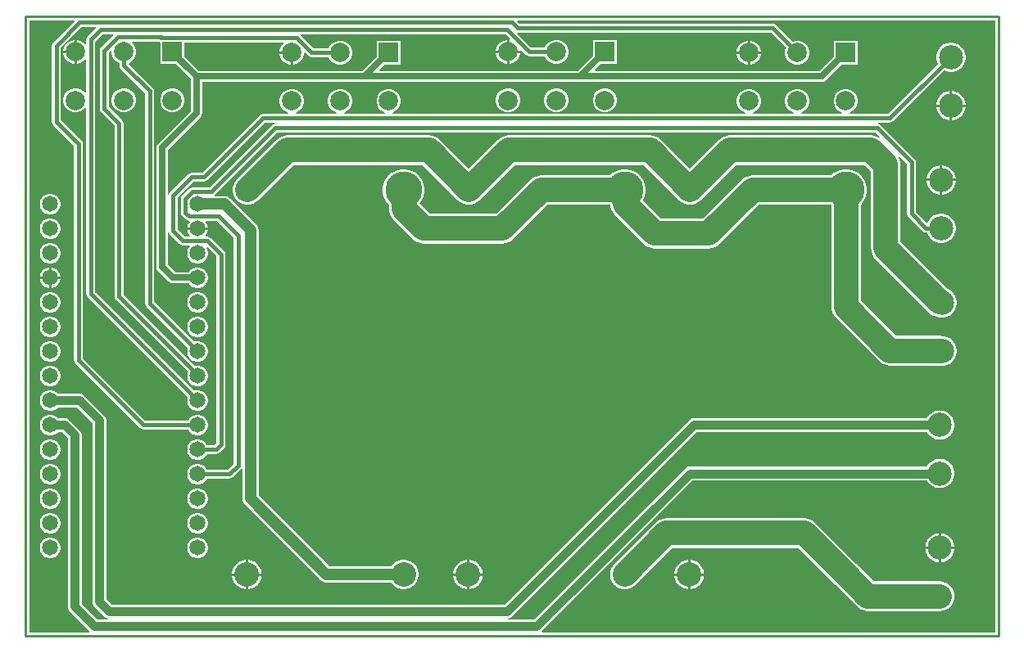
<source format=gtl>
G04*
G04 #@! TF.GenerationSoftware,Altium Limited,CircuitMaker,2.2.1 (6)*
G04*
G04 Layer_Physical_Order=1*
G04 Layer_Color=9806884*
%FSLAX25Y25*%
%MOIN*%
G70*
G04*
G04 #@! TF.SameCoordinates,E9A488FF-F020-425E-AD06-6B1E6BE10ADD*
G04*
G04*
G04 #@! TF.FilePolarity,Positive*
G04*
G01*
G75*
%ADD10C,0.01000*%
%ADD21C,0.01500*%
%ADD22C,0.04500*%
%ADD23C,0.02500*%
%ADD24C,0.10000*%
%ADD25C,0.03500*%
%ADD26R,0.07874X0.07874*%
%ADD27C,0.07874*%
%ADD28C,0.10000*%
%ADD29C,0.15000*%
%ADD30C,0.09842*%
%ADD31C,0.06500*%
G36*
X638471Y185529D02*
X454119D01*
X453949Y186029D01*
X453961Y186039D01*
X515464Y247541D01*
X610740D01*
X610753Y247510D01*
X611401Y246540D01*
X612225Y245716D01*
X613195Y245068D01*
X614273Y244621D01*
X615417Y244394D01*
X616583D01*
X617727Y244621D01*
X618805Y245068D01*
X619775Y245716D01*
X620599Y246540D01*
X621247Y247510D01*
X621694Y248588D01*
X621921Y249732D01*
Y250898D01*
X621694Y252042D01*
X621247Y253120D01*
X620599Y254089D01*
X619775Y254914D01*
X618805Y255562D01*
X617727Y256009D01*
X616583Y256236D01*
X615417D01*
X614273Y256009D01*
X613195Y255562D01*
X612225Y254914D01*
X611401Y254089D01*
X610753Y253120D01*
X610740Y253089D01*
X514315D01*
X513597Y252994D01*
X512928Y252717D01*
X512354Y252276D01*
X450851Y190774D01*
X440393D01*
X440360Y191274D01*
X440718Y191321D01*
X441387Y191598D01*
X441961Y192039D01*
X517149Y267226D01*
X610740D01*
X610753Y267195D01*
X611401Y266225D01*
X612225Y265401D01*
X613195Y264753D01*
X614273Y264306D01*
X615417Y264079D01*
X616583D01*
X617727Y264306D01*
X618805Y264753D01*
X619775Y265401D01*
X620599Y266225D01*
X621247Y267195D01*
X621694Y268273D01*
X621921Y269417D01*
Y270583D01*
X621694Y271727D01*
X621247Y272805D01*
X620599Y273775D01*
X619775Y274599D01*
X618805Y275247D01*
X617727Y275694D01*
X616583Y275921D01*
X615417D01*
X614273Y275694D01*
X613195Y275247D01*
X612225Y274599D01*
X611401Y273775D01*
X610753Y272805D01*
X610740Y272774D01*
X516000D01*
X515282Y272679D01*
X514613Y272402D01*
X514039Y271961D01*
X438851Y196774D01*
X279149D01*
X276774Y199149D01*
Y272000D01*
X276679Y272718D01*
X276402Y273387D01*
X275961Y273961D01*
X267961Y281961D01*
X267387Y282402D01*
X266718Y282679D01*
X266000Y282774D01*
X257237D01*
X256610Y283401D01*
X255640Y283960D01*
X254559Y284250D01*
X253440D01*
X252360Y283960D01*
X251390Y283401D01*
X250599Y282610D01*
X250040Y281640D01*
X249750Y280559D01*
Y279440D01*
X250040Y278360D01*
X250599Y277390D01*
X251390Y276599D01*
X252360Y276040D01*
X253440Y275750D01*
X254559D01*
X255640Y276040D01*
X256610Y276599D01*
X257237Y277226D01*
X264851D01*
X271226Y270851D01*
Y198000D01*
X271321Y197282D01*
X271598Y196613D01*
X272039Y196039D01*
X276039Y192039D01*
X276613Y191598D01*
X277282Y191321D01*
X277640Y191274D01*
X277607Y190774D01*
X273149D01*
X266774Y197149D01*
Y266000D01*
X266679Y266718D01*
X266402Y267387D01*
X265961Y267961D01*
X261961Y271961D01*
X261387Y272402D01*
X260718Y272679D01*
X260000Y272774D01*
X257237D01*
X256610Y273401D01*
X255640Y273960D01*
X254559Y274250D01*
X253440D01*
X252360Y273960D01*
X251390Y273401D01*
X250599Y272610D01*
X250040Y271640D01*
X249750Y270560D01*
Y269441D01*
X250040Y268360D01*
X250599Y267390D01*
X251390Y266599D01*
X252360Y266040D01*
X253440Y265750D01*
X254559D01*
X255640Y266040D01*
X256610Y266599D01*
X257237Y267226D01*
X258851D01*
X261226Y264851D01*
Y196000D01*
X261321Y195282D01*
X261598Y194613D01*
X262039Y194039D01*
X270039Y186039D01*
X270051Y186029D01*
X269881Y185529D01*
X245529D01*
Y430000D01*
Y434971D01*
X263794D01*
X263985Y434509D01*
X255238Y425762D01*
X254852Y425183D01*
X254716Y424500D01*
Y393500D01*
X254852Y392817D01*
X255238Y392238D01*
X263716Y383761D01*
Y296500D01*
X263851Y295817D01*
X264238Y295238D01*
X290738Y268738D01*
X291317Y268352D01*
X292000Y268216D01*
X292000Y268216D01*
X310123D01*
X310599Y267390D01*
X311390Y266599D01*
X312360Y266040D01*
X313440Y265750D01*
X314560D01*
X315640Y266040D01*
X316610Y266599D01*
X317401Y267390D01*
X317960Y268360D01*
X318250Y269441D01*
Y270560D01*
X317960Y271640D01*
X317401Y272610D01*
X316610Y273401D01*
X315640Y273960D01*
X314560Y274250D01*
X313440D01*
X312360Y273960D01*
X311390Y273401D01*
X310599Y272610D01*
X310123Y271784D01*
X292739D01*
X267284Y297239D01*
Y384500D01*
X267148Y385183D01*
X266762Y385762D01*
X258284Y394239D01*
Y423761D01*
X266739Y432216D01*
X272539D01*
X272730Y431754D01*
X269238Y428262D01*
X268851Y427683D01*
X268716Y427000D01*
Y425152D01*
X268713Y425151D01*
X268216Y425081D01*
X267346Y425951D01*
X266221Y426601D01*
X264965Y426937D01*
X264815D01*
Y422000D01*
Y417063D01*
X264965D01*
X266221Y417399D01*
X267346Y418049D01*
X268216Y418919D01*
X268713Y418849D01*
X268716Y418848D01*
Y405467D01*
X268713Y405466D01*
X268216Y405396D01*
X267346Y406265D01*
X266221Y406916D01*
X264965Y407252D01*
X263665D01*
X262409Y406916D01*
X261284Y406265D01*
X260364Y405346D01*
X259714Y404221D01*
X259378Y402965D01*
Y401665D01*
X259714Y400409D01*
X260364Y399284D01*
X261284Y398364D01*
X262409Y397714D01*
X263665Y397378D01*
X264965D01*
X266221Y397714D01*
X267346Y398364D01*
X268216Y399234D01*
X268713Y399164D01*
X268716Y399163D01*
Y323500D01*
X268851Y322817D01*
X269238Y322238D01*
X309997Y281480D01*
X309750Y280559D01*
Y279440D01*
X310040Y278360D01*
X310599Y277390D01*
X311390Y276599D01*
X312360Y276040D01*
X313440Y275750D01*
X314560D01*
X315640Y276040D01*
X316610Y276599D01*
X317401Y277390D01*
X317960Y278360D01*
X318250Y279440D01*
Y280559D01*
X317960Y281640D01*
X317401Y282610D01*
X316610Y283401D01*
X315640Y283960D01*
X314560Y284250D01*
X313440D01*
X312520Y284003D01*
X272284Y324239D01*
Y426261D01*
X275239Y429216D01*
X279539D01*
X279730Y428754D01*
X274738Y423762D01*
X274352Y423183D01*
X274216Y422500D01*
Y398941D01*
X274352Y398258D01*
X274738Y397679D01*
X280216Y392202D01*
Y322500D01*
X280351Y321817D01*
X280738Y321238D01*
X310148Y291828D01*
X310040Y291640D01*
X309750Y290560D01*
Y289440D01*
X310040Y288360D01*
X310599Y287390D01*
X311390Y286599D01*
X312360Y286040D01*
X313440Y285750D01*
X314560D01*
X315640Y286040D01*
X316610Y286599D01*
X317401Y287390D01*
X317960Y288360D01*
X318250Y289440D01*
Y290560D01*
X317960Y291640D01*
X317401Y292610D01*
X316610Y293401D01*
X315640Y293960D01*
X314560Y294250D01*
X313440D01*
X312914Y294109D01*
X283784Y323239D01*
Y392941D01*
X283648Y393624D01*
X283262Y394203D01*
X277784Y399680D01*
Y421761D01*
X278563Y422540D01*
X279063Y422332D01*
Y421350D01*
X279399Y420094D01*
X280049Y418969D01*
X280969Y418049D01*
X282094Y417399D01*
X282216Y417367D01*
Y416500D01*
X282351Y415817D01*
X282738Y415238D01*
X292716Y405261D01*
Y319500D01*
X292851Y318817D01*
X293238Y318238D01*
X309997Y301480D01*
X309750Y300559D01*
Y299441D01*
X310040Y298360D01*
X310599Y297390D01*
X311390Y296599D01*
X312360Y296040D01*
X313440Y295750D01*
X314560D01*
X315640Y296040D01*
X316610Y296599D01*
X317401Y297390D01*
X317960Y298360D01*
X318250Y299441D01*
Y300559D01*
X317960Y301640D01*
X317401Y302610D01*
X316610Y303401D01*
X315640Y303960D01*
X314560Y304250D01*
X313440D01*
X312520Y304003D01*
X296284Y320239D01*
Y406000D01*
X296148Y406683D01*
X295762Y407262D01*
X295762Y407262D01*
X286076Y416948D01*
X286070Y416963D01*
X286175Y417555D01*
X287031Y418049D01*
X287951Y418969D01*
X288601Y420094D01*
X288937Y421350D01*
Y422650D01*
X288601Y423906D01*
X287951Y425031D01*
X287266Y425716D01*
X287473Y426216D01*
X298075D01*
X298340Y426039D01*
X298748Y425957D01*
Y417063D01*
X305193D01*
X311206Y411050D01*
Y397950D01*
X297878Y384622D01*
X297380Y383878D01*
X297206Y383000D01*
Y334500D01*
X297380Y333622D01*
X297878Y332878D01*
X302378Y328378D01*
X303122Y327881D01*
X304000Y327706D01*
X310417D01*
X310599Y327390D01*
X311390Y326599D01*
X312360Y326040D01*
X313440Y325750D01*
X314560D01*
X315640Y326040D01*
X316610Y326599D01*
X317401Y327390D01*
X317960Y328360D01*
X318250Y329440D01*
Y330559D01*
X317960Y331640D01*
X317401Y332610D01*
X316610Y333401D01*
X315640Y333960D01*
X314560Y334250D01*
X313440D01*
X312360Y333960D01*
X311390Y333401D01*
X310599Y332610D01*
X310417Y332294D01*
X304950D01*
X301794Y335450D01*
Y348557D01*
X302294Y348606D01*
X302351Y348317D01*
X302738Y347738D01*
X306738Y343738D01*
X306738Y343738D01*
X307317Y343352D01*
X308000Y343216D01*
X310552D01*
X310743Y342754D01*
X310599Y342610D01*
X310040Y341640D01*
X309750Y340560D01*
Y339440D01*
X310040Y338360D01*
X310599Y337390D01*
X311390Y336599D01*
X312360Y336040D01*
X313440Y335750D01*
X314560D01*
X315640Y336040D01*
X316610Y336599D01*
X317401Y337390D01*
X317960Y338360D01*
X318250Y339440D01*
Y340560D01*
X317960Y341640D01*
X317730Y342040D01*
X318130Y342347D01*
X321716Y338761D01*
Y262739D01*
X320761Y261784D01*
X317877D01*
X317401Y262610D01*
X316610Y263401D01*
X315640Y263960D01*
X314560Y264250D01*
X313440D01*
X312360Y263960D01*
X311390Y263401D01*
X310599Y262610D01*
X310040Y261640D01*
X309750Y260560D01*
Y259440D01*
X310040Y258360D01*
X310599Y257390D01*
X311390Y256599D01*
X312360Y256040D01*
X313440Y255750D01*
X314560D01*
X315640Y256040D01*
X316610Y256599D01*
X317401Y257390D01*
X317877Y258216D01*
X321500D01*
X322183Y258351D01*
X322762Y258738D01*
X324762Y260738D01*
X324762Y260738D01*
X325149Y261317D01*
X325284Y262000D01*
X325284Y262000D01*
Y339500D01*
X325149Y340183D01*
X324762Y340762D01*
X324762Y340762D01*
X319262Y346262D01*
X318683Y346649D01*
X318000Y346784D01*
X317448D01*
X317257Y347246D01*
X317401Y347390D01*
X317960Y348360D01*
X318250Y349441D01*
Y349500D01*
X314000D01*
X309750D01*
Y349441D01*
X310040Y348360D01*
X310599Y347390D01*
X310743Y347246D01*
X310552Y346784D01*
X308739D01*
X305784Y349739D01*
Y362761D01*
X312239Y369216D01*
X316500D01*
X317183Y369352D01*
X317762Y369738D01*
X341239Y393216D01*
X345106D01*
X345155Y392716D01*
X344817Y392649D01*
X344238Y392262D01*
X344238Y392262D01*
X318761Y366784D01*
X311929D01*
X311929Y366784D01*
X311246Y366649D01*
X310667Y366262D01*
X310667Y366262D01*
X307738Y363333D01*
X307351Y362754D01*
X307216Y362071D01*
Y356500D01*
X307351Y355817D01*
X307738Y355238D01*
X309238Y353738D01*
X309817Y353351D01*
X310500Y353216D01*
X310552D01*
X310743Y352754D01*
X310599Y352610D01*
X310040Y351640D01*
X309750Y350559D01*
Y350500D01*
X314000D01*
X318250D01*
Y350559D01*
X317960Y351640D01*
X317401Y352610D01*
X317257Y352754D01*
X317448Y353216D01*
X321761D01*
X328716Y346261D01*
Y254239D01*
X326261Y251784D01*
X317877D01*
X317401Y252610D01*
X316610Y253401D01*
X315640Y253960D01*
X314560Y254250D01*
X313440D01*
X312360Y253960D01*
X311390Y253401D01*
X310599Y252610D01*
X310040Y251640D01*
X309750Y250559D01*
Y249441D01*
X310040Y248360D01*
X310599Y247390D01*
X311390Y246599D01*
X312360Y246040D01*
X313440Y245750D01*
X314560D01*
X315640Y246040D01*
X316610Y246599D01*
X317401Y247390D01*
X317877Y248216D01*
X327000D01*
X327683Y248352D01*
X328262Y248738D01*
X331722Y252199D01*
X331889Y252180D01*
X332222Y252027D01*
Y240000D01*
X332278Y239576D01*
X332334Y239152D01*
X332661Y238361D01*
X333182Y237682D01*
X363981Y206883D01*
X364660Y206362D01*
X365451Y206034D01*
X365875Y205979D01*
X366299Y205923D01*
X392773D01*
X393139Y205376D01*
X393974Y204540D01*
X394957Y203884D01*
X396049Y203431D01*
X397208Y203201D01*
X398390D01*
X399549Y203431D01*
X400641Y203884D01*
X401624Y204540D01*
X402460Y205376D01*
X403116Y206359D01*
X403569Y207451D01*
X403799Y208610D01*
Y209792D01*
X403569Y210951D01*
X403116Y212043D01*
X402460Y213026D01*
X401624Y213861D01*
X400641Y214518D01*
X399549Y214970D01*
X398390Y215201D01*
X397208D01*
X396049Y214970D01*
X394957Y214518D01*
X393974Y213861D01*
X393139Y213026D01*
X392773Y212479D01*
X367657D01*
X338778Y241358D01*
Y349500D01*
X338666Y350348D01*
X338339Y351139D01*
X337818Y351818D01*
X327318Y362318D01*
X326639Y362839D01*
X325848Y363166D01*
X325424Y363222D01*
X325000Y363278D01*
X320973D01*
X320820Y363611D01*
X320801Y363778D01*
X346239Y389216D01*
X589761D01*
X591451Y387526D01*
X591150Y387120D01*
X590307Y387570D01*
X589176Y387913D01*
X588000Y388029D01*
X530472D01*
X529296Y387913D01*
X528165Y387570D01*
X527123Y387013D01*
X526209Y386263D01*
X514315Y374369D01*
X502421Y386263D01*
X501507Y387013D01*
X500465Y387570D01*
X499334Y387913D01*
X498158Y388029D01*
X440472D01*
X439296Y387913D01*
X438165Y387570D01*
X437123Y387013D01*
X436209Y386263D01*
X424315Y374369D01*
X412421Y386263D01*
X411507Y387013D01*
X410465Y387570D01*
X409334Y387913D01*
X408157Y388029D01*
X350472D01*
X349296Y387913D01*
X348165Y387570D01*
X347123Y387013D01*
X346209Y386263D01*
X330052Y370106D01*
X329864Y369877D01*
X329655Y369667D01*
X329490Y369421D01*
X329302Y369192D01*
X329162Y368931D01*
X328998Y368685D01*
X328885Y368411D01*
X328745Y368150D01*
X328659Y367866D01*
X328545Y367593D01*
X328488Y367302D01*
X328402Y367019D01*
X328373Y366724D01*
X328315Y366434D01*
Y366137D01*
X328286Y365843D01*
X328315Y365548D01*
Y365252D01*
X328373Y364961D01*
X328402Y364666D01*
X328488Y364383D01*
X328545Y364092D01*
X328659Y363819D01*
X328745Y363535D01*
X328885Y363274D01*
X328998Y363000D01*
X329162Y362754D01*
X329302Y362493D01*
X329490Y362264D01*
X329655Y362018D01*
X329864Y361808D01*
X330052Y361579D01*
X330281Y361391D01*
X330490Y361182D01*
X330736Y361017D01*
X330965Y360830D01*
X331227Y360690D01*
X331473Y360525D01*
X331747Y360412D01*
X332008Y360272D01*
X332291Y360186D01*
X332565Y360073D01*
X332855Y360015D01*
X333139Y359929D01*
X333434Y359900D01*
X333724Y359842D01*
X334020D01*
X334315Y359813D01*
X334610Y359842D01*
X334906D01*
X335196Y359900D01*
X335491Y359929D01*
X335775Y360015D01*
X336065Y360073D01*
X336339Y360186D01*
X336622Y360272D01*
X336883Y360412D01*
X337157Y360525D01*
X337403Y360690D01*
X337665Y360830D01*
X337893Y361017D01*
X338140Y361182D01*
X338349Y361391D01*
X338578Y361579D01*
X352970Y375971D01*
X405660D01*
X420052Y361579D01*
X420281Y361391D01*
X420490Y361182D01*
X420737Y361017D01*
X420965Y360830D01*
X421227Y360690D01*
X421473Y360525D01*
X421746Y360412D01*
X422008Y360272D01*
X422291Y360186D01*
X422565Y360073D01*
X422855Y360015D01*
X423139Y359929D01*
X423434Y359900D01*
X423724Y359842D01*
X424020D01*
X424315Y359813D01*
X424610Y359842D01*
X424906D01*
X425196Y359900D01*
X425491Y359929D01*
X425775Y360015D01*
X426065Y360073D01*
X426339Y360186D01*
X426622Y360272D01*
X426883Y360412D01*
X427157Y360525D01*
X427403Y360690D01*
X427665Y360830D01*
X427893Y361017D01*
X428140Y361182D01*
X428349Y361391D01*
X428578Y361579D01*
X442970Y375971D01*
X495660D01*
X510052Y361579D01*
X510281Y361391D01*
X510490Y361182D01*
X510737Y361017D01*
X510965Y360830D01*
X511227Y360690D01*
X511473Y360525D01*
X511747Y360412D01*
X512008Y360272D01*
X512291Y360186D01*
X512565Y360073D01*
X512855Y360015D01*
X513139Y359929D01*
X513434Y359900D01*
X513724Y359842D01*
X514020D01*
X514315Y359813D01*
X514610Y359842D01*
X514906D01*
X515196Y359900D01*
X515491Y359929D01*
X515775Y360015D01*
X516065Y360073D01*
X516339Y360186D01*
X516622Y360272D01*
X516883Y360412D01*
X517157Y360525D01*
X517403Y360690D01*
X517664Y360830D01*
X517894Y361017D01*
X518140Y361182D01*
X518349Y361391D01*
X518578Y361579D01*
X532970Y375971D01*
X585503D01*
X587971Y373503D01*
Y342000D01*
X588087Y340824D01*
X588430Y339693D01*
X588987Y338650D01*
X589737Y337737D01*
X611737Y315737D01*
X612650Y314987D01*
X613693Y314430D01*
X614824Y314087D01*
X616000Y313971D01*
X616112Y313982D01*
X616417Y313921D01*
X617583D01*
X618727Y314149D01*
X619805Y314595D01*
X620775Y315243D01*
X621599Y316068D01*
X622247Y317038D01*
X622694Y318115D01*
X622921Y319259D01*
Y320426D01*
X622694Y321570D01*
X622247Y322647D01*
X621599Y323617D01*
X620775Y324442D01*
X619805Y325090D01*
X619176Y325350D01*
X600029Y344497D01*
Y376000D01*
X599913Y377176D01*
X599570Y378307D01*
X599120Y379150D01*
X599526Y379451D01*
X602716Y376261D01*
Y356000D01*
X602851Y355317D01*
X603238Y354738D01*
X609081Y348896D01*
X609660Y348509D01*
X610343Y348373D01*
X610830D01*
X611253Y347353D01*
X611901Y346383D01*
X612725Y345558D01*
X613695Y344910D01*
X614773Y344464D01*
X615917Y344236D01*
X617083D01*
X618227Y344464D01*
X619305Y344910D01*
X620275Y345558D01*
X621099Y346383D01*
X621747Y347353D01*
X622194Y348430D01*
X622421Y349574D01*
Y350741D01*
X622194Y351885D01*
X621747Y352962D01*
X621099Y353932D01*
X620275Y354757D01*
X619305Y355405D01*
X618227Y355851D01*
X617083Y356079D01*
X615917D01*
X614773Y355851D01*
X613695Y355405D01*
X612725Y354757D01*
X611901Y353932D01*
X611253Y352962D01*
X611076Y352535D01*
X610585Y352438D01*
X606284Y356739D01*
Y377000D01*
X606284Y377000D01*
X606148Y377683D01*
X605762Y378262D01*
X591762Y392262D01*
X591183Y392649D01*
X590845Y392716D01*
X590894Y393216D01*
X595657D01*
X596340Y393352D01*
X596919Y393738D01*
X617752Y414572D01*
X618773Y414149D01*
X619917Y413921D01*
X621083D01*
X622227Y414149D01*
X623305Y414595D01*
X624275Y415243D01*
X625099Y416068D01*
X625747Y417038D01*
X626194Y418115D01*
X626421Y419259D01*
Y420426D01*
X626194Y421570D01*
X625747Y422647D01*
X625099Y423617D01*
X624275Y424442D01*
X623305Y425090D01*
X622227Y425536D01*
X621083Y425764D01*
X619917D01*
X618773Y425536D01*
X617695Y425090D01*
X616725Y424442D01*
X615901Y423617D01*
X615253Y422647D01*
X614806Y421570D01*
X614579Y420426D01*
Y419259D01*
X614806Y418115D01*
X615229Y417095D01*
X594918Y396784D01*
X579227D01*
X579161Y397284D01*
X579591Y397399D01*
X580716Y398049D01*
X581636Y398969D01*
X582286Y400094D01*
X582622Y401350D01*
Y402650D01*
X582286Y403906D01*
X581636Y405031D01*
X580716Y405951D01*
X579591Y406601D01*
X578335Y406937D01*
X577035D01*
X575779Y406601D01*
X574654Y405951D01*
X573735Y405031D01*
X573084Y403906D01*
X572748Y402650D01*
Y401350D01*
X573084Y400094D01*
X573735Y398969D01*
X574654Y398049D01*
X575779Y397399D01*
X576209Y397284D01*
X576143Y396784D01*
X559542D01*
X559476Y397284D01*
X559906Y397399D01*
X561031Y398049D01*
X561951Y398969D01*
X562601Y400094D01*
X562937Y401350D01*
Y402650D01*
X562601Y403906D01*
X561951Y405031D01*
X561031Y405951D01*
X559906Y406601D01*
X558650Y406937D01*
X557350D01*
X556094Y406601D01*
X554969Y405951D01*
X554049Y405031D01*
X553399Y403906D01*
X553063Y402650D01*
Y401350D01*
X553399Y400094D01*
X554049Y398969D01*
X554969Y398049D01*
X556094Y397399D01*
X556524Y397284D01*
X556458Y396784D01*
X539857D01*
X539791Y397284D01*
X540221Y397399D01*
X541346Y398049D01*
X542266Y398969D01*
X542915Y400094D01*
X543252Y401350D01*
Y402650D01*
X542915Y403906D01*
X542266Y405031D01*
X541346Y405951D01*
X540221Y406601D01*
X538965Y406937D01*
X537665D01*
X536409Y406601D01*
X535284Y405951D01*
X534364Y405031D01*
X533714Y403906D01*
X533378Y402650D01*
Y401350D01*
X533714Y400094D01*
X534364Y398969D01*
X535284Y398049D01*
X536409Y397399D01*
X536839Y397284D01*
X536773Y396784D01*
X393227D01*
X393161Y397284D01*
X393591Y397399D01*
X394716Y398049D01*
X395636Y398969D01*
X396286Y400094D01*
X396622Y401350D01*
Y402650D01*
X396286Y403906D01*
X395636Y405031D01*
X394716Y405951D01*
X393591Y406601D01*
X392335Y406937D01*
X391035D01*
X389779Y406601D01*
X388654Y405951D01*
X387735Y405031D01*
X387085Y403906D01*
X386748Y402650D01*
Y401350D01*
X387085Y400094D01*
X387735Y398969D01*
X388654Y398049D01*
X389779Y397399D01*
X390209Y397284D01*
X390143Y396784D01*
X373542D01*
X373476Y397284D01*
X373906Y397399D01*
X375031Y398049D01*
X375951Y398969D01*
X376601Y400094D01*
X376937Y401350D01*
Y402650D01*
X376601Y403906D01*
X375951Y405031D01*
X375031Y405951D01*
X373906Y406601D01*
X372650Y406937D01*
X371350D01*
X370094Y406601D01*
X368969Y405951D01*
X368049Y405031D01*
X367399Y403906D01*
X367063Y402650D01*
Y401350D01*
X367399Y400094D01*
X368049Y398969D01*
X368969Y398049D01*
X370094Y397399D01*
X370524Y397284D01*
X370458Y396784D01*
X353857D01*
X353791Y397284D01*
X354221Y397399D01*
X355346Y398049D01*
X356265Y398969D01*
X356915Y400094D01*
X357252Y401350D01*
Y402650D01*
X356915Y403906D01*
X356265Y405031D01*
X355346Y405951D01*
X354221Y406601D01*
X352965Y406937D01*
X351665D01*
X350409Y406601D01*
X349284Y405951D01*
X348364Y405031D01*
X347714Y403906D01*
X347378Y402650D01*
Y401350D01*
X347714Y400094D01*
X348364Y398969D01*
X349284Y398049D01*
X350409Y397399D01*
X350839Y397284D01*
X350773Y396784D01*
X340500D01*
X340500Y396784D01*
X339817Y396649D01*
X339238Y396262D01*
X339238Y396262D01*
X315761Y372784D01*
X311500D01*
X310817Y372649D01*
X310238Y372262D01*
X302738Y364762D01*
X302351Y364183D01*
X302294Y363894D01*
X301794Y363943D01*
Y382050D01*
X315122Y395378D01*
X315619Y396122D01*
X315794Y397000D01*
Y409706D01*
X568000D01*
X568878Y409881D01*
X569622Y410378D01*
X575992Y416748D01*
X582622D01*
Y426622D01*
X572748D01*
Y419992D01*
X567050Y414294D01*
X475877D01*
X475685Y414756D01*
X477992Y417063D01*
X484622D01*
Y426937D01*
X474748D01*
Y420307D01*
X468735Y414294D01*
X388192D01*
X388000Y414756D01*
X389992Y416748D01*
X396622D01*
Y426622D01*
X386748D01*
Y419992D01*
X381050Y414294D01*
X314450D01*
X308622Y420122D01*
Y425903D01*
X348844D01*
X349051Y425403D01*
X348364Y424716D01*
X347714Y423591D01*
X347378Y422335D01*
Y422185D01*
X352315D01*
Y421685D01*
X352815D01*
Y416748D01*
X352965D01*
X354221Y417085D01*
X355346Y417734D01*
X356265Y418654D01*
X356915Y419779D01*
X357252Y421035D01*
Y421614D01*
X357714Y421805D01*
X359096Y420423D01*
X359096Y420423D01*
X359675Y420037D01*
X360358Y419901D01*
X360358Y419901D01*
X367367D01*
X367399Y419779D01*
X368049Y418654D01*
X368969Y417734D01*
X370094Y417085D01*
X371350Y416748D01*
X372650D01*
X373906Y417085D01*
X375031Y417734D01*
X375951Y418654D01*
X376601Y419779D01*
X376937Y421035D01*
Y422335D01*
X376601Y423591D01*
X375951Y424716D01*
X375031Y425636D01*
X373906Y426286D01*
X372650Y426622D01*
X371350D01*
X370094Y426286D01*
X368969Y425636D01*
X368049Y424716D01*
X367399Y423591D01*
X367367Y423469D01*
X361097D01*
X355850Y428716D01*
X356057Y429216D01*
X439261D01*
X441092Y427384D01*
X440833Y426937D01*
X440815D01*
Y422500D01*
X445252D01*
Y422518D01*
X445699Y422778D01*
X447738Y420738D01*
X448317Y420352D01*
X449000Y420216D01*
X455367D01*
X455399Y420094D01*
X456049Y418969D01*
X456969Y418049D01*
X458094Y417399D01*
X459350Y417063D01*
X460650D01*
X461906Y417399D01*
X463031Y418049D01*
X463951Y418969D01*
X464601Y420094D01*
X464937Y421350D01*
Y422650D01*
X464601Y423906D01*
X463951Y425031D01*
X463031Y425951D01*
X461906Y426601D01*
X460650Y426937D01*
X459350D01*
X458094Y426601D01*
X456969Y425951D01*
X456049Y425031D01*
X455399Y423906D01*
X455367Y423784D01*
X449739D01*
X444022Y429501D01*
X444234Y429933D01*
X444265Y429966D01*
X547196D01*
X553462Y423699D01*
X553399Y423591D01*
X553063Y422335D01*
Y421035D01*
X553399Y419779D01*
X554049Y418654D01*
X554969Y417734D01*
X556094Y417085D01*
X557350Y416748D01*
X558650D01*
X559906Y417085D01*
X561031Y417734D01*
X561951Y418654D01*
X562601Y419779D01*
X562937Y421035D01*
Y422335D01*
X562601Y423591D01*
X561951Y424716D01*
X561031Y425636D01*
X559906Y426286D01*
X558650Y426622D01*
X557350D01*
X556094Y426286D01*
X555986Y426223D01*
X549197Y433012D01*
X548618Y433398D01*
X547935Y433534D01*
X444989D01*
X444015Y434509D01*
X444206Y434971D01*
X638471D01*
Y185529D01*
D02*
G37*
%LPC*%
G36*
X439815Y426937D02*
X439665D01*
X438409Y426601D01*
X437284Y425951D01*
X436364Y425031D01*
X435714Y423906D01*
X435378Y422650D01*
Y422500D01*
X439815D01*
Y426937D01*
D02*
G37*
G36*
X263815D02*
X263665D01*
X262409Y426601D01*
X261284Y425951D01*
X260364Y425031D01*
X259714Y423906D01*
X259378Y422650D01*
Y422500D01*
X263815D01*
Y426937D01*
D02*
G37*
G36*
X538965Y426622D02*
X538815D01*
Y422185D01*
X543252D01*
Y422335D01*
X542915Y423591D01*
X542266Y424716D01*
X541346Y425636D01*
X540221Y426286D01*
X538965Y426622D01*
D02*
G37*
G36*
X537815D02*
X537665D01*
X536409Y426286D01*
X535284Y425636D01*
X534364Y424716D01*
X533714Y423591D01*
X533378Y422335D01*
Y422185D01*
X537815D01*
Y426622D01*
D02*
G37*
G36*
X445252Y421500D02*
X440815D01*
Y417063D01*
X440965D01*
X442221Y417399D01*
X443346Y418049D01*
X444266Y418969D01*
X444915Y420094D01*
X445252Y421350D01*
Y421500D01*
D02*
G37*
G36*
X439815D02*
X435378D01*
Y421350D01*
X435714Y420094D01*
X436364Y418969D01*
X437284Y418049D01*
X438409Y417399D01*
X439665Y417063D01*
X439815D01*
Y421500D01*
D02*
G37*
G36*
X263815D02*
X259378D01*
Y421350D01*
X259714Y420094D01*
X260364Y418969D01*
X261284Y418049D01*
X262409Y417399D01*
X263665Y417063D01*
X263815D01*
Y421500D01*
D02*
G37*
G36*
X543252Y421185D02*
X538815D01*
Y416748D01*
X538965D01*
X540221Y417085D01*
X541346Y417734D01*
X542266Y418654D01*
X542915Y419779D01*
X543252Y421035D01*
Y421185D01*
D02*
G37*
G36*
X537815D02*
X533378D01*
Y421035D01*
X533714Y419779D01*
X534364Y418654D01*
X535284Y417734D01*
X536409Y417085D01*
X537665Y416748D01*
X537815D01*
Y421185D01*
D02*
G37*
G36*
X351815D02*
X347378D01*
Y421035D01*
X347714Y419779D01*
X348364Y418654D01*
X349284Y417734D01*
X350409Y417085D01*
X351665Y416748D01*
X351815D01*
Y421185D01*
D02*
G37*
G36*
X621083Y406079D02*
X621000D01*
Y400658D01*
X626421D01*
Y400741D01*
X626194Y401885D01*
X625747Y402962D01*
X625099Y403932D01*
X624275Y404757D01*
X623305Y405405D01*
X622227Y405851D01*
X621083Y406079D01*
D02*
G37*
G36*
X620000D02*
X619917D01*
X618773Y405851D01*
X617695Y405405D01*
X616725Y404757D01*
X615901Y403932D01*
X615253Y402962D01*
X614806Y401885D01*
X614579Y400741D01*
Y400658D01*
X620000D01*
Y406079D01*
D02*
G37*
G36*
X480335Y407252D02*
X479035D01*
X477779Y406916D01*
X476654Y406265D01*
X475735Y405346D01*
X475084Y404221D01*
X474748Y402965D01*
Y401665D01*
X475084Y400409D01*
X475735Y399284D01*
X476654Y398364D01*
X477779Y397714D01*
X479035Y397378D01*
X480335D01*
X481591Y397714D01*
X482716Y398364D01*
X483636Y399284D01*
X484286Y400409D01*
X484622Y401665D01*
Y402965D01*
X484286Y404221D01*
X483636Y405346D01*
X482716Y406265D01*
X481591Y406916D01*
X480335Y407252D01*
D02*
G37*
G36*
X460650D02*
X459350D01*
X458094Y406916D01*
X456969Y406265D01*
X456049Y405346D01*
X455399Y404221D01*
X455063Y402965D01*
Y401665D01*
X455399Y400409D01*
X456049Y399284D01*
X456969Y398364D01*
X458094Y397714D01*
X459350Y397378D01*
X460650D01*
X461906Y397714D01*
X463031Y398364D01*
X463951Y399284D01*
X464601Y400409D01*
X464937Y401665D01*
Y402965D01*
X464601Y404221D01*
X463951Y405346D01*
X463031Y406265D01*
X461906Y406916D01*
X460650Y407252D01*
D02*
G37*
G36*
X440965D02*
X439665D01*
X438409Y406916D01*
X437284Y406265D01*
X436364Y405346D01*
X435714Y404221D01*
X435378Y402965D01*
Y401665D01*
X435714Y400409D01*
X436364Y399284D01*
X437284Y398364D01*
X438409Y397714D01*
X439665Y397378D01*
X440965D01*
X442221Y397714D01*
X443346Y398364D01*
X444266Y399284D01*
X444915Y400409D01*
X445252Y401665D01*
Y402965D01*
X444915Y404221D01*
X444266Y405346D01*
X443346Y406265D01*
X442221Y406916D01*
X440965Y407252D01*
D02*
G37*
G36*
X304335D02*
X303035D01*
X301779Y406916D01*
X300654Y406265D01*
X299734Y405346D01*
X299084Y404221D01*
X298748Y402965D01*
Y401665D01*
X299084Y400409D01*
X299734Y399284D01*
X300654Y398364D01*
X301779Y397714D01*
X303035Y397378D01*
X304335D01*
X305591Y397714D01*
X306716Y398364D01*
X307636Y399284D01*
X308286Y400409D01*
X308622Y401665D01*
Y402965D01*
X308286Y404221D01*
X307636Y405346D01*
X306716Y406265D01*
X305591Y406916D01*
X304335Y407252D01*
D02*
G37*
G36*
X284650D02*
X283350D01*
X282094Y406916D01*
X280969Y406265D01*
X280049Y405346D01*
X279399Y404221D01*
X279063Y402965D01*
Y401665D01*
X279399Y400409D01*
X280049Y399284D01*
X280969Y398364D01*
X282094Y397714D01*
X283350Y397378D01*
X284650D01*
X285906Y397714D01*
X287031Y398364D01*
X287951Y399284D01*
X288601Y400409D01*
X288937Y401665D01*
Y402965D01*
X288601Y404221D01*
X287951Y405346D01*
X287031Y406265D01*
X285906Y406916D01*
X284650Y407252D01*
D02*
G37*
G36*
X626421Y399658D02*
X621000D01*
Y394236D01*
X621083D01*
X622227Y394464D01*
X623305Y394910D01*
X624275Y395558D01*
X625099Y396383D01*
X625747Y397353D01*
X626194Y398430D01*
X626421Y399574D01*
Y399658D01*
D02*
G37*
G36*
X620000D02*
X614579D01*
Y399574D01*
X614806Y398430D01*
X615253Y397353D01*
X615901Y396383D01*
X616725Y395558D01*
X617695Y394910D01*
X618773Y394464D01*
X619917Y394236D01*
X620000D01*
Y399658D01*
D02*
G37*
G36*
X578636Y374244D02*
X576962D01*
X575320Y373918D01*
X573773Y373277D01*
X572381Y372346D01*
X571807Y371773D01*
X539744D01*
X539744Y371773D01*
X538568Y371657D01*
X537437Y371314D01*
X536395Y370757D01*
X535481Y370007D01*
X519503Y354029D01*
X502497D01*
X495122Y361404D01*
X495332Y361718D01*
X495973Y363265D01*
X496299Y364907D01*
Y366581D01*
X495973Y368224D01*
X495332Y369770D01*
X494402Y371163D01*
X493218Y372346D01*
X491825Y373277D01*
X490279Y373918D01*
X488636Y374244D01*
X486962D01*
X485320Y373918D01*
X483773Y373277D01*
X482381Y372346D01*
X481807Y371773D01*
X453744D01*
X452568Y371657D01*
X451437Y371314D01*
X450394Y370757D01*
X449481Y370007D01*
X435503Y356029D01*
X408497D01*
X404301Y360225D01*
X404402Y360326D01*
X405332Y361718D01*
X405973Y363265D01*
X406299Y364907D01*
Y366581D01*
X405973Y368224D01*
X405332Y369770D01*
X404402Y371163D01*
X403218Y372346D01*
X401826Y373277D01*
X400279Y373918D01*
X398636Y374244D01*
X396962D01*
X395320Y373918D01*
X393773Y373277D01*
X392381Y372346D01*
X391197Y371163D01*
X390267Y369770D01*
X389626Y368224D01*
X389299Y366581D01*
Y364907D01*
X389626Y363265D01*
X390267Y361718D01*
X391197Y360326D01*
X391770Y359752D01*
Y358201D01*
X391886Y357025D01*
X392229Y355894D01*
X392786Y354851D01*
X393536Y353938D01*
X401737Y345737D01*
X402650Y344987D01*
X403693Y344430D01*
X404824Y344087D01*
X406000Y343971D01*
X438000D01*
X439176Y344087D01*
X440307Y344430D01*
X441350Y344987D01*
X442263Y345737D01*
X456241Y359715D01*
X481807D01*
X481819Y359703D01*
X481886Y359025D01*
X482229Y357894D01*
X482786Y356851D01*
X483536Y355938D01*
X495737Y343737D01*
X496651Y342987D01*
X497693Y342430D01*
X498824Y342087D01*
X500000Y341971D01*
X522000D01*
X523176Y342087D01*
X524307Y342430D01*
X525350Y342987D01*
X526263Y343737D01*
X542241Y359715D01*
X571770D01*
Y318201D01*
X571886Y317025D01*
X572229Y315894D01*
X572786Y314851D01*
X573536Y313938D01*
X591422Y296052D01*
X592336Y295302D01*
X593378Y294745D01*
X594509Y294402D01*
X595685Y294286D01*
X616000D01*
X616112Y294297D01*
X616417Y294236D01*
X617583D01*
X618727Y294464D01*
X619805Y294910D01*
X620775Y295558D01*
X621599Y296383D01*
X622247Y297353D01*
X622694Y298430D01*
X622921Y299574D01*
Y300741D01*
X622694Y301885D01*
X622247Y302962D01*
X621599Y303932D01*
X620775Y304757D01*
X619805Y305405D01*
X618727Y305851D01*
X617832Y306029D01*
X617176Y306228D01*
X616000Y306344D01*
X598182D01*
X583828Y320698D01*
Y359752D01*
X584402Y360326D01*
X585332Y361718D01*
X585973Y363265D01*
X586299Y364907D01*
Y366581D01*
X585973Y368224D01*
X585332Y369770D01*
X584402Y371163D01*
X583218Y372346D01*
X581825Y373277D01*
X580279Y373918D01*
X578636Y374244D01*
D02*
G37*
G36*
X617083Y375764D02*
X617000D01*
Y370342D01*
X622421D01*
Y370426D01*
X622194Y371570D01*
X621747Y372647D01*
X621099Y373617D01*
X620275Y374442D01*
X619305Y375090D01*
X618227Y375536D01*
X617083Y375764D01*
D02*
G37*
G36*
X616000D02*
X615917D01*
X614773Y375536D01*
X613695Y375090D01*
X612725Y374442D01*
X611901Y373617D01*
X611253Y372647D01*
X610806Y371570D01*
X610579Y370426D01*
Y370342D01*
X616000D01*
Y375764D01*
D02*
G37*
G36*
X622421Y369342D02*
X617000D01*
Y363921D01*
X617083D01*
X618227Y364149D01*
X619305Y364595D01*
X620275Y365243D01*
X621099Y366068D01*
X621747Y367038D01*
X622194Y368115D01*
X622421Y369259D01*
Y369342D01*
D02*
G37*
G36*
X616000D02*
X610579D01*
Y369259D01*
X610806Y368115D01*
X611253Y367038D01*
X611901Y366068D01*
X612725Y365243D01*
X613695Y364595D01*
X614773Y364149D01*
X615917Y363921D01*
X616000D01*
Y369342D01*
D02*
G37*
G36*
X254559Y364250D02*
X253440D01*
X252360Y363960D01*
X251390Y363401D01*
X250599Y362610D01*
X250040Y361640D01*
X249750Y360560D01*
Y359440D01*
X250040Y358360D01*
X250599Y357390D01*
X251390Y356599D01*
X252360Y356040D01*
X253440Y355750D01*
X254559D01*
X255640Y356040D01*
X256610Y356599D01*
X257401Y357390D01*
X257960Y358360D01*
X258250Y359440D01*
Y360560D01*
X257960Y361640D01*
X257401Y362610D01*
X256610Y363401D01*
X255640Y363960D01*
X254559Y364250D01*
D02*
G37*
G36*
Y354250D02*
X253440D01*
X252360Y353960D01*
X251390Y353401D01*
X250599Y352610D01*
X250040Y351640D01*
X249750Y350559D01*
Y349441D01*
X250040Y348360D01*
X250599Y347390D01*
X251390Y346599D01*
X252360Y346040D01*
X253440Y345750D01*
X254559D01*
X255640Y346040D01*
X256610Y346599D01*
X257401Y347390D01*
X257960Y348360D01*
X258250Y349441D01*
Y350559D01*
X257960Y351640D01*
X257401Y352610D01*
X256610Y353401D01*
X255640Y353960D01*
X254559Y354250D01*
D02*
G37*
G36*
Y344250D02*
X253440D01*
X252360Y343960D01*
X251390Y343401D01*
X250599Y342610D01*
X250040Y341640D01*
X249750Y340560D01*
Y339440D01*
X250040Y338360D01*
X250599Y337390D01*
X251390Y336599D01*
X252360Y336040D01*
X253440Y335750D01*
X254559D01*
X255640Y336040D01*
X256610Y336599D01*
X257401Y337390D01*
X257960Y338360D01*
X258250Y339440D01*
Y340560D01*
X257960Y341640D01*
X257401Y342610D01*
X256610Y343401D01*
X255640Y343960D01*
X254559Y344250D01*
D02*
G37*
G36*
Y334250D02*
X254500D01*
Y330500D01*
X258250D01*
Y330559D01*
X257960Y331640D01*
X257401Y332610D01*
X256610Y333401D01*
X255640Y333960D01*
X254559Y334250D01*
D02*
G37*
G36*
X253500D02*
X253440D01*
X252360Y333960D01*
X251390Y333401D01*
X250599Y332610D01*
X250040Y331640D01*
X249750Y330559D01*
Y330500D01*
X253500D01*
Y334250D01*
D02*
G37*
G36*
X258250Y329500D02*
X254500D01*
Y325750D01*
X254559D01*
X255640Y326040D01*
X256610Y326599D01*
X257401Y327390D01*
X257960Y328360D01*
X258250Y329440D01*
Y329500D01*
D02*
G37*
G36*
X253500D02*
X249750D01*
Y329440D01*
X250040Y328360D01*
X250599Y327390D01*
X251390Y326599D01*
X252360Y326040D01*
X253440Y325750D01*
X253500D01*
Y329500D01*
D02*
G37*
G36*
X314560Y324250D02*
X313440D01*
X312360Y323960D01*
X311390Y323401D01*
X310599Y322610D01*
X310040Y321640D01*
X309750Y320560D01*
Y319441D01*
X310040Y318360D01*
X310599Y317390D01*
X311390Y316599D01*
X312360Y316040D01*
X313440Y315750D01*
X314560D01*
X315640Y316040D01*
X316610Y316599D01*
X317401Y317390D01*
X317960Y318360D01*
X318250Y319441D01*
Y320560D01*
X317960Y321640D01*
X317401Y322610D01*
X316610Y323401D01*
X315640Y323960D01*
X314560Y324250D01*
D02*
G37*
G36*
X254559D02*
X253440D01*
X252360Y323960D01*
X251390Y323401D01*
X250599Y322610D01*
X250040Y321640D01*
X249750Y320560D01*
Y319441D01*
X250040Y318360D01*
X250599Y317390D01*
X251390Y316599D01*
X252360Y316040D01*
X253440Y315750D01*
X254559D01*
X255640Y316040D01*
X256610Y316599D01*
X257401Y317390D01*
X257960Y318360D01*
X258250Y319441D01*
Y320560D01*
X257960Y321640D01*
X257401Y322610D01*
X256610Y323401D01*
X255640Y323960D01*
X254559Y324250D01*
D02*
G37*
G36*
X314560Y314250D02*
X313440D01*
X312360Y313960D01*
X311390Y313401D01*
X310599Y312610D01*
X310040Y311640D01*
X309750Y310560D01*
Y309440D01*
X310040Y308360D01*
X310599Y307390D01*
X311390Y306599D01*
X312360Y306040D01*
X313440Y305750D01*
X314560D01*
X315640Y306040D01*
X316610Y306599D01*
X317401Y307390D01*
X317960Y308360D01*
X318250Y309440D01*
Y310560D01*
X317960Y311640D01*
X317401Y312610D01*
X316610Y313401D01*
X315640Y313960D01*
X314560Y314250D01*
D02*
G37*
G36*
X254559D02*
X253440D01*
X252360Y313960D01*
X251390Y313401D01*
X250599Y312610D01*
X250040Y311640D01*
X249750Y310560D01*
Y309440D01*
X250040Y308360D01*
X250599Y307390D01*
X251390Y306599D01*
X252360Y306040D01*
X253440Y305750D01*
X254559D01*
X255640Y306040D01*
X256610Y306599D01*
X257401Y307390D01*
X257960Y308360D01*
X258250Y309440D01*
Y310560D01*
X257960Y311640D01*
X257401Y312610D01*
X256610Y313401D01*
X255640Y313960D01*
X254559Y314250D01*
D02*
G37*
G36*
Y304250D02*
X253440D01*
X252360Y303960D01*
X251390Y303401D01*
X250599Y302610D01*
X250040Y301640D01*
X249750Y300559D01*
Y299441D01*
X250040Y298360D01*
X250599Y297390D01*
X251390Y296599D01*
X252360Y296040D01*
X253440Y295750D01*
X254559D01*
X255640Y296040D01*
X256610Y296599D01*
X257401Y297390D01*
X257960Y298360D01*
X258250Y299441D01*
Y300559D01*
X257960Y301640D01*
X257401Y302610D01*
X256610Y303401D01*
X255640Y303960D01*
X254559Y304250D01*
D02*
G37*
G36*
Y294250D02*
X253440D01*
X252360Y293960D01*
X251390Y293401D01*
X250599Y292610D01*
X250040Y291640D01*
X249750Y290560D01*
Y289440D01*
X250040Y288360D01*
X250599Y287390D01*
X251390Y286599D01*
X252360Y286040D01*
X253440Y285750D01*
X254559D01*
X255640Y286040D01*
X256610Y286599D01*
X257401Y287390D01*
X257960Y288360D01*
X258250Y289440D01*
Y290560D01*
X257960Y291640D01*
X257401Y292610D01*
X256610Y293401D01*
X255640Y293960D01*
X254559Y294250D01*
D02*
G37*
G36*
Y264250D02*
X253440D01*
X252360Y263960D01*
X251390Y263401D01*
X250599Y262610D01*
X250040Y261640D01*
X249750Y260560D01*
Y259440D01*
X250040Y258360D01*
X250599Y257390D01*
X251390Y256599D01*
X252360Y256040D01*
X253440Y255750D01*
X254559D01*
X255640Y256040D01*
X256610Y256599D01*
X257401Y257390D01*
X257960Y258360D01*
X258250Y259440D01*
Y260560D01*
X257960Y261640D01*
X257401Y262610D01*
X256610Y263401D01*
X255640Y263960D01*
X254559Y264250D01*
D02*
G37*
G36*
Y254250D02*
X253440D01*
X252360Y253960D01*
X251390Y253401D01*
X250599Y252610D01*
X250040Y251640D01*
X249750Y250559D01*
Y249441D01*
X250040Y248360D01*
X250599Y247390D01*
X251390Y246599D01*
X252360Y246040D01*
X253440Y245750D01*
X254559D01*
X255640Y246040D01*
X256610Y246599D01*
X257401Y247390D01*
X257960Y248360D01*
X258250Y249441D01*
Y250559D01*
X257960Y251640D01*
X257401Y252610D01*
X256610Y253401D01*
X255640Y253960D01*
X254559Y254250D01*
D02*
G37*
G36*
X314560Y244250D02*
X313440D01*
X312360Y243960D01*
X311390Y243401D01*
X310599Y242610D01*
X310040Y241640D01*
X309750Y240560D01*
Y239440D01*
X310040Y238360D01*
X310599Y237390D01*
X311390Y236599D01*
X312360Y236040D01*
X313440Y235750D01*
X314560D01*
X315640Y236040D01*
X316610Y236599D01*
X317401Y237390D01*
X317960Y238360D01*
X318250Y239440D01*
Y240560D01*
X317960Y241640D01*
X317401Y242610D01*
X316610Y243401D01*
X315640Y243960D01*
X314560Y244250D01*
D02*
G37*
G36*
X254559D02*
X253440D01*
X252360Y243960D01*
X251390Y243401D01*
X250599Y242610D01*
X250040Y241640D01*
X249750Y240560D01*
Y239440D01*
X250040Y238360D01*
X250599Y237390D01*
X251390Y236599D01*
X252360Y236040D01*
X253440Y235750D01*
X254559D01*
X255640Y236040D01*
X256610Y236599D01*
X257401Y237390D01*
X257960Y238360D01*
X258250Y239440D01*
Y240560D01*
X257960Y241640D01*
X257401Y242610D01*
X256610Y243401D01*
X255640Y243960D01*
X254559Y244250D01*
D02*
G37*
G36*
X314560Y234250D02*
X313440D01*
X312360Y233960D01*
X311390Y233401D01*
X310599Y232610D01*
X310040Y231640D01*
X309750Y230559D01*
Y229440D01*
X310040Y228360D01*
X310599Y227390D01*
X311390Y226599D01*
X312360Y226040D01*
X313440Y225750D01*
X314560D01*
X315640Y226040D01*
X316610Y226599D01*
X317401Y227390D01*
X317960Y228360D01*
X318250Y229440D01*
Y230559D01*
X317960Y231640D01*
X317401Y232610D01*
X316610Y233401D01*
X315640Y233960D01*
X314560Y234250D01*
D02*
G37*
G36*
X254559D02*
X253440D01*
X252360Y233960D01*
X251390Y233401D01*
X250599Y232610D01*
X250040Y231640D01*
X249750Y230559D01*
Y229440D01*
X250040Y228360D01*
X250599Y227390D01*
X251390Y226599D01*
X252360Y226040D01*
X253440Y225750D01*
X254559D01*
X255640Y226040D01*
X256610Y226599D01*
X257401Y227390D01*
X257960Y228360D01*
X258250Y229440D01*
Y230559D01*
X257960Y231640D01*
X257401Y232610D01*
X256610Y233401D01*
X255640Y233960D01*
X254559Y234250D01*
D02*
G37*
G36*
X616583Y225921D02*
X616500D01*
Y220500D01*
X621921D01*
Y220583D01*
X621694Y221727D01*
X621247Y222805D01*
X620599Y223775D01*
X619775Y224599D01*
X618805Y225247D01*
X617727Y225694D01*
X616583Y225921D01*
D02*
G37*
G36*
X615500D02*
X615417D01*
X614273Y225694D01*
X613195Y225247D01*
X612225Y224599D01*
X611401Y223775D01*
X610753Y222805D01*
X610306Y221727D01*
X610079Y220583D01*
Y220500D01*
X615500D01*
Y225921D01*
D02*
G37*
G36*
X314560Y224250D02*
X313440D01*
X312360Y223960D01*
X311390Y223401D01*
X310599Y222610D01*
X310040Y221640D01*
X309750Y220560D01*
Y219441D01*
X310040Y218360D01*
X310599Y217390D01*
X311390Y216599D01*
X312360Y216040D01*
X313440Y215750D01*
X314560D01*
X315640Y216040D01*
X316610Y216599D01*
X317401Y217390D01*
X317960Y218360D01*
X318250Y219441D01*
Y220560D01*
X317960Y221640D01*
X317401Y222610D01*
X316610Y223401D01*
X315640Y223960D01*
X314560Y224250D01*
D02*
G37*
G36*
X254559D02*
X253440D01*
X252360Y223960D01*
X251390Y223401D01*
X250599Y222610D01*
X250040Y221640D01*
X249750Y220560D01*
Y219441D01*
X250040Y218360D01*
X250599Y217390D01*
X251390Y216599D01*
X252360Y216040D01*
X253440Y215750D01*
X254559D01*
X255640Y216040D01*
X256610Y216599D01*
X257401Y217390D01*
X257960Y218360D01*
X258250Y219441D01*
Y220560D01*
X257960Y221640D01*
X257401Y222610D01*
X256610Y223401D01*
X255640Y223960D01*
X254559Y224250D01*
D02*
G37*
G36*
X621921Y219500D02*
X616500D01*
Y214079D01*
X616583D01*
X617727Y214306D01*
X618805Y214753D01*
X619775Y215401D01*
X620599Y216225D01*
X621247Y217195D01*
X621694Y218273D01*
X621921Y219417D01*
Y219500D01*
D02*
G37*
G36*
X615500D02*
X610079D01*
Y219417D01*
X610306Y218273D01*
X610753Y217195D01*
X611401Y216225D01*
X612225Y215401D01*
X613195Y214753D01*
X614273Y214306D01*
X615417Y214079D01*
X615500D01*
Y219500D01*
D02*
G37*
G36*
X514591Y215100D02*
X514500D01*
Y209600D01*
X520000D01*
Y209691D01*
X519769Y210850D01*
X519317Y211942D01*
X518660Y212925D01*
X517825Y213760D01*
X516842Y214417D01*
X515750Y214869D01*
X514591Y215100D01*
D02*
G37*
G36*
X513500D02*
X513409D01*
X512250Y214869D01*
X511158Y214417D01*
X510175Y213760D01*
X509340Y212925D01*
X508683Y211942D01*
X508231Y210850D01*
X508000Y209691D01*
Y209600D01*
X513500D01*
Y215100D01*
D02*
G37*
G36*
X424591D02*
X424500D01*
Y209600D01*
X430000D01*
Y209691D01*
X429769Y210850D01*
X429317Y211942D01*
X428660Y212925D01*
X427825Y213760D01*
X426842Y214417D01*
X425750Y214869D01*
X424591Y215100D01*
D02*
G37*
G36*
X423500D02*
X423409D01*
X422250Y214869D01*
X421158Y214417D01*
X420175Y213760D01*
X419340Y212925D01*
X418683Y211942D01*
X418231Y210850D01*
X418000Y209691D01*
Y209600D01*
X423500D01*
Y215100D01*
D02*
G37*
G36*
X334591D02*
X334500D01*
Y209600D01*
X340000D01*
Y209691D01*
X339769Y210850D01*
X339317Y211942D01*
X338661Y212925D01*
X337825Y213760D01*
X336842Y214417D01*
X335750Y214869D01*
X334591Y215100D01*
D02*
G37*
G36*
X333500D02*
X333409D01*
X332250Y214869D01*
X331158Y214417D01*
X330175Y213760D01*
X329340Y212925D01*
X328683Y211942D01*
X328231Y210850D01*
X328000Y209691D01*
Y209600D01*
X333500D01*
Y215100D01*
D02*
G37*
G36*
X520000Y208600D02*
X514500D01*
Y203100D01*
X514591D01*
X515750Y203331D01*
X516842Y203783D01*
X517825Y204439D01*
X518660Y205275D01*
X519317Y206258D01*
X519769Y207350D01*
X520000Y208509D01*
Y208600D01*
D02*
G37*
G36*
X513500D02*
X508000D01*
Y208509D01*
X508231Y207350D01*
X508683Y206258D01*
X509340Y205275D01*
X510175Y204439D01*
X511158Y203783D01*
X512250Y203331D01*
X513409Y203100D01*
X513500D01*
Y208600D01*
D02*
G37*
G36*
X430000D02*
X424500D01*
Y203100D01*
X424591D01*
X425750Y203331D01*
X426842Y203783D01*
X427825Y204439D01*
X428660Y205275D01*
X429317Y206258D01*
X429769Y207350D01*
X430000Y208509D01*
Y208600D01*
D02*
G37*
G36*
X423500D02*
X418000D01*
Y208509D01*
X418231Y207350D01*
X418683Y206258D01*
X419340Y205275D01*
X420175Y204439D01*
X421158Y203783D01*
X422250Y203331D01*
X423409Y203100D01*
X423500D01*
Y208600D01*
D02*
G37*
G36*
X340000D02*
X334500D01*
Y203100D01*
X334591D01*
X335750Y203331D01*
X336842Y203783D01*
X337825Y204439D01*
X338661Y205275D01*
X339317Y206258D01*
X339769Y207350D01*
X340000Y208509D01*
Y208600D01*
D02*
G37*
G36*
X333500D02*
X328000D01*
Y208509D01*
X328231Y207350D01*
X328683Y206258D01*
X329340Y205275D01*
X330175Y204439D01*
X331158Y203783D01*
X332250Y203331D01*
X333409Y203100D01*
X333500D01*
Y208600D01*
D02*
G37*
G36*
X561000Y232029D02*
X504598D01*
X503422Y231913D01*
X502291Y231570D01*
X501249Y231013D01*
X500335Y230263D01*
X483536Y213464D01*
X483348Y213235D01*
X483139Y213026D01*
X482974Y212779D01*
X482786Y212550D01*
X482647Y212289D01*
X482482Y212043D01*
X482369Y211769D01*
X482229Y211508D01*
X482143Y211225D01*
X482030Y210951D01*
X481972Y210661D01*
X481886Y210377D01*
X481857Y210082D01*
X481799Y209792D01*
Y209496D01*
X481770Y209201D01*
X481799Y208906D01*
Y208610D01*
X481857Y208319D01*
X481886Y208025D01*
X481972Y207741D01*
X482030Y207451D01*
X482143Y207177D01*
X482229Y206894D01*
X482369Y206632D01*
X482482Y206359D01*
X482647Y206112D01*
X482786Y205851D01*
X482974Y205622D01*
X483139Y205376D01*
X483348Y205167D01*
X483536Y204938D01*
X483765Y204750D01*
X483974Y204540D01*
X484221Y204376D01*
X484450Y204188D01*
X484711Y204048D01*
X484957Y203884D01*
X485231Y203770D01*
X485492Y203631D01*
X485776Y203545D01*
X486049Y203431D01*
X486340Y203374D01*
X486623Y203288D01*
X486918Y203259D01*
X487208Y203201D01*
X487504D01*
X487799Y203172D01*
X488094Y203201D01*
X488390D01*
X488681Y203259D01*
X488975Y203288D01*
X489259Y203374D01*
X489549Y203431D01*
X489823Y203545D01*
X490106Y203631D01*
X490368Y203770D01*
X490641Y203884D01*
X490888Y204048D01*
X491149Y204188D01*
X491378Y204376D01*
X491624Y204540D01*
X491833Y204750D01*
X492062Y204938D01*
X507096Y219971D01*
X558503D01*
X573536Y204938D01*
X582422Y196052D01*
X583335Y195302D01*
X584378Y194745D01*
X585509Y194402D01*
X586685Y194286D01*
X616000D01*
X617176Y194402D01*
X618307Y194745D01*
X619349Y195302D01*
X620263Y196052D01*
X621013Y196965D01*
X621570Y198008D01*
X621913Y199139D01*
X622029Y200315D01*
X621913Y201491D01*
X621570Y202622D01*
X621013Y203664D01*
X620263Y204578D01*
X619349Y205328D01*
X618307Y205885D01*
X617176Y206228D01*
X616000Y206344D01*
X589182D01*
X582062Y213464D01*
X565263Y230263D01*
X564350Y231013D01*
X563307Y231570D01*
X562176Y231913D01*
X561000Y232029D01*
D02*
G37*
%LPD*%
D10*
X640000Y184000D02*
Y436500D01*
X244000D02*
X640000D01*
X244000Y430000D02*
Y436500D01*
Y184000D02*
X640000D01*
X244000D02*
Y430000D01*
D21*
X276000Y398941D02*
Y422500D01*
Y398941D02*
X282000Y392941D01*
X314000Y290000D02*
Y290500D01*
X282000Y322500D02*
X314000Y290500D01*
X282000Y322500D02*
Y392941D01*
X284000Y416500D02*
X294500Y406000D01*
X440000Y431000D02*
X449000Y422000D01*
X274500Y431000D02*
X440000D01*
X270500Y427000D02*
X274500Y431000D01*
X276000Y422500D02*
X281500Y428000D01*
X299336D01*
X270500Y323500D02*
Y427000D01*
Y323500D02*
X314000Y280000D01*
X292000Y270000D02*
X314000D01*
X265500Y296500D02*
X292000Y270000D01*
X265500Y296500D02*
Y384500D01*
X256500Y393500D02*
X265500Y384500D01*
X256500Y393500D02*
Y424500D01*
X266000Y434000D01*
X442000D01*
X444250Y431750D01*
X449000Y422000D02*
X460000D01*
X444250Y431750D02*
X547935D01*
X558000Y421685D01*
X314000Y260000D02*
X321500D01*
X323500Y262000D01*
Y339500D01*
X318000Y345000D02*
X323500Y339500D01*
X309000Y356500D02*
X310500Y355000D01*
X322500D01*
X308000Y345000D02*
X318000D01*
X304000Y349000D02*
X308000Y345000D01*
X304000Y349000D02*
Y363500D01*
X311500Y371000D01*
X316500D01*
X340500Y395000D01*
X595657D01*
X620500Y419842D01*
X314000Y250000D02*
X327000D01*
X330500Y253500D01*
X311929Y365000D02*
X319500D01*
X345500Y391000D01*
X330500Y253500D02*
Y347000D01*
X322500Y355000D02*
X330500Y347000D01*
X309000Y356500D02*
Y362071D01*
X311929Y365000D01*
X610343Y350157D02*
X616500D01*
X345500Y391000D02*
X590500D01*
X604500Y377000D01*
Y356000D02*
Y377000D01*
Y356000D02*
X610343Y350157D01*
X294500Y319500D02*
Y406000D01*
Y319500D02*
X314000Y300000D01*
X299023Y427687D02*
X299336Y428000D01*
X299023Y427687D02*
X354356D01*
X360358Y421685D01*
X372000D01*
X284000Y416500D02*
Y422000D01*
D22*
X314000Y360000D02*
X325000D01*
X335500Y349500D01*
Y240000D02*
Y349500D01*
Y240000D02*
X366299Y209201D01*
X397799D01*
D23*
X304000Y330000D02*
X314000D01*
X299500Y334500D02*
X304000Y330000D01*
X299500Y334500D02*
Y383000D01*
X313500Y397000D01*
X568000Y412000D02*
X577685Y421685D01*
X469685Y412000D02*
X568000D01*
X469685D02*
X479685Y422000D01*
X382000Y412000D02*
X469685D01*
X382000D02*
X391685Y421685D01*
X313500Y412000D02*
X382000D01*
X303685Y421815D02*
Y422000D01*
Y421815D02*
X313500Y412000D01*
Y397000D02*
Y412000D01*
D24*
X588000Y382000D02*
X594000Y376000D01*
X530472Y382000D02*
X588000D01*
X334315Y365843D02*
X350472Y382000D01*
X408157D01*
X424315Y365843D01*
X440472Y382000D01*
X498158D01*
X514315Y365843D01*
X530472Y382000D01*
X594000Y342000D02*
Y376000D01*
Y342000D02*
X616000Y320000D01*
X577799Y318201D02*
Y365744D01*
Y318201D02*
X595685Y300315D01*
X616000D01*
X487799Y209201D02*
X504598Y226000D01*
X561000D01*
X577799Y209201D01*
X586685Y200315D01*
X616000D01*
X397799Y358201D02*
Y365744D01*
Y358201D02*
X406000Y350000D01*
X438000D01*
X453744Y365744D01*
X487799D01*
Y360201D02*
Y365744D01*
Y360201D02*
X500000Y348000D01*
X522000D01*
X539744Y365744D01*
X577799D01*
D25*
X516000Y270000D02*
X616000D01*
X440000Y194000D02*
X516000Y270000D01*
X278000Y194000D02*
X440000D01*
X254000Y280000D02*
X266000D01*
X274000Y272000D01*
Y198000D02*
Y272000D01*
Y198000D02*
X278000Y194000D01*
X254000Y270000D02*
X260000D01*
X264000Y266000D01*
Y196000D02*
Y266000D01*
Y196000D02*
X272000Y188000D01*
X452000D01*
X514315Y250315D01*
X616000D01*
D26*
X303685Y422000D02*
D03*
X577685Y421685D02*
D03*
X391685D02*
D03*
X479685Y422000D02*
D03*
D27*
X284000D02*
D03*
X264315D02*
D03*
X303685Y402315D02*
D03*
X284000D02*
D03*
X264315D02*
D03*
X558000Y421685D02*
D03*
X538315D02*
D03*
X577685Y402000D02*
D03*
X558000D02*
D03*
X538315D02*
D03*
X352315D02*
D03*
X372000D02*
D03*
X391685D02*
D03*
X352315Y421685D02*
D03*
X372000D02*
D03*
X440315Y402315D02*
D03*
X460000D02*
D03*
X479685D02*
D03*
X440315Y422000D02*
D03*
X460000D02*
D03*
D28*
X424315Y365843D02*
D03*
X487799Y209201D02*
D03*
X424000Y209100D02*
D03*
X514315Y365843D02*
D03*
X577799Y209201D02*
D03*
X514000Y209100D02*
D03*
X334315Y365843D02*
D03*
X397799Y209201D02*
D03*
X334000Y209100D02*
D03*
D29*
X487799Y365744D02*
D03*
X577799D02*
D03*
X397799D02*
D03*
D30*
X616000Y250315D02*
D03*
Y270000D02*
D03*
Y200315D02*
D03*
Y220000D02*
D03*
X620500Y419842D02*
D03*
Y400157D02*
D03*
X616500Y369843D02*
D03*
Y350157D02*
D03*
X617000Y319843D02*
D03*
Y300157D02*
D03*
D31*
X314000Y290000D02*
D03*
Y280000D02*
D03*
Y270000D02*
D03*
Y260000D02*
D03*
Y250000D02*
D03*
Y240000D02*
D03*
Y230000D02*
D03*
Y220000D02*
D03*
Y300000D02*
D03*
Y310000D02*
D03*
Y320000D02*
D03*
Y330000D02*
D03*
Y340000D02*
D03*
Y350000D02*
D03*
Y360000D02*
D03*
X254000Y220000D02*
D03*
Y230000D02*
D03*
Y240000D02*
D03*
Y250000D02*
D03*
Y260000D02*
D03*
Y270000D02*
D03*
Y280000D02*
D03*
Y290000D02*
D03*
Y300000D02*
D03*
Y310000D02*
D03*
Y320000D02*
D03*
Y330000D02*
D03*
Y340000D02*
D03*
Y350000D02*
D03*
Y360000D02*
D03*
M02*

</source>
